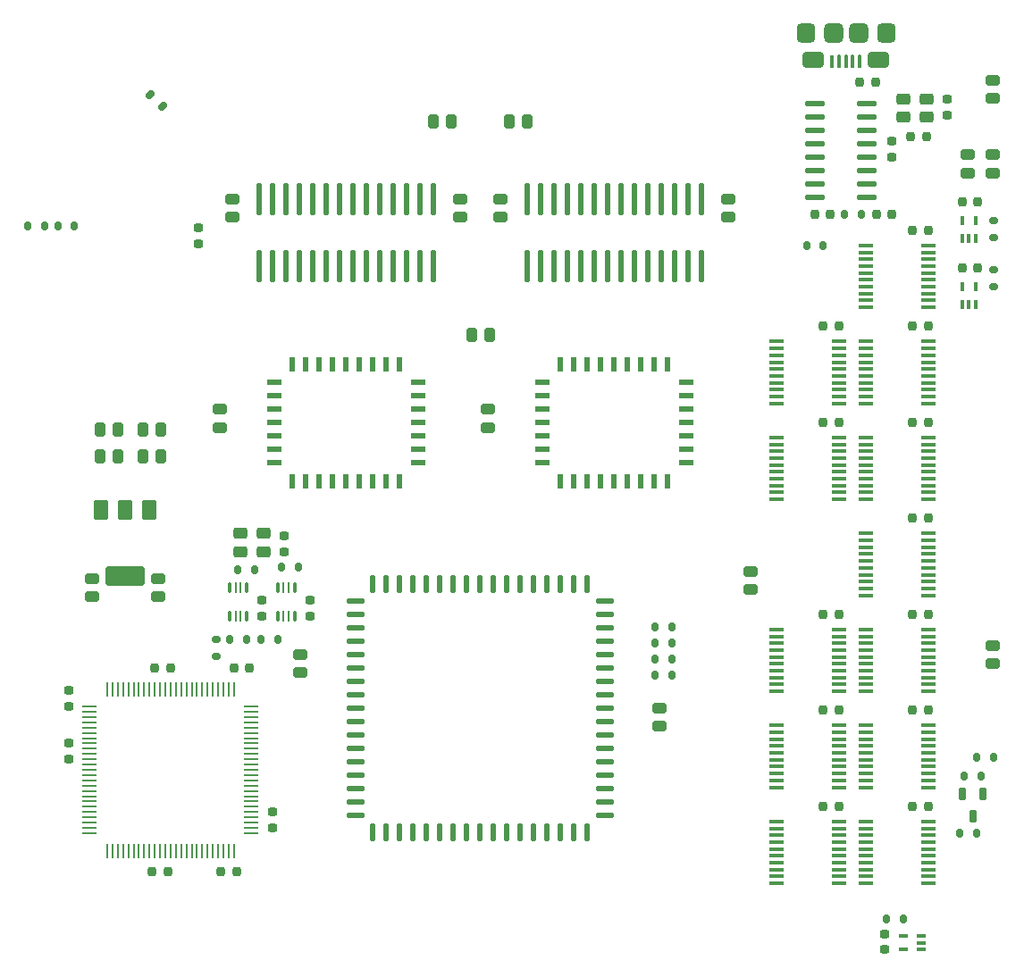
<source format=gtp>
G04 #@! TF.GenerationSoftware,KiCad,Pcbnew,7.0.10*
G04 #@! TF.CreationDate,2024-03-29T04:01:23-04:00*
G04 #@! TF.ProjectId,WarpSE,57617270-5345-42e6-9b69-6361645f7063,1.0*
G04 #@! TF.SameCoordinates,Original*
G04 #@! TF.FileFunction,Paste,Top*
G04 #@! TF.FilePolarity,Positive*
%FSLAX46Y46*%
G04 Gerber Fmt 4.6, Leading zero omitted, Abs format (unit mm)*
G04 Created by KiCad (PCBNEW 7.0.10) date 2024-03-29 04:01:23*
%MOMM*%
%LPD*%
G01*
G04 APERTURE LIST*
G04 Aperture macros list*
%AMRoundRect*
0 Rectangle with rounded corners*
0 $1 Rounding radius*
0 $2 $3 $4 $5 $6 $7 $8 $9 X,Y pos of 4 corners*
0 Add a 4 corners polygon primitive as box body*
4,1,4,$2,$3,$4,$5,$6,$7,$8,$9,$2,$3,0*
0 Add four circle primitives for the rounded corners*
1,1,$1+$1,$2,$3*
1,1,$1+$1,$4,$5*
1,1,$1+$1,$6,$7*
1,1,$1+$1,$8,$9*
0 Add four rect primitives between the rounded corners*
20,1,$1+$1,$2,$3,$4,$5,0*
20,1,$1+$1,$4,$5,$6,$7,0*
20,1,$1+$1,$6,$7,$8,$9,0*
20,1,$1+$1,$8,$9,$2,$3,0*%
G04 Aperture macros list end*
%ADD10RoundRect,0.250000X-0.250000X-0.425000X0.250000X-0.425000X0.250000X0.425000X-0.250000X0.425000X0*%
%ADD11RoundRect,0.057500X0.645000X0.057500X-0.645000X0.057500X-0.645000X-0.057500X0.645000X-0.057500X0*%
%ADD12RoundRect,0.057500X0.057500X0.645000X-0.057500X0.645000X-0.057500X-0.645000X0.057500X-0.645000X0*%
%ADD13RoundRect,0.250000X0.425000X-0.250000X0.425000X0.250000X-0.425000X0.250000X-0.425000X-0.250000X0*%
%ADD14RoundRect,0.250000X-0.425000X0.250000X-0.425000X-0.250000X0.425000X-0.250000X0.425000X0.250000X0*%
%ADD15RoundRect,0.137500X-0.137500X1.361500X-0.137500X-1.361500X0.137500X-1.361500X0.137500X1.361500X0*%
%ADD16RoundRect,0.192500X-0.192500X-0.242500X0.192500X-0.242500X0.192500X0.242500X-0.192500X0.242500X0*%
%ADD17RoundRect,0.092500X-0.592500X-0.092500X0.592500X-0.092500X0.592500X0.092500X-0.592500X0.092500X0*%
%ADD18RoundRect,0.192500X0.192500X0.242500X-0.192500X0.242500X-0.192500X-0.242500X0.192500X-0.242500X0*%
%ADD19RoundRect,0.192500X-0.242500X0.192500X-0.242500X-0.192500X0.242500X-0.192500X0.242500X0.192500X0*%
%ADD20RoundRect,0.192500X0.242500X-0.192500X0.242500X0.192500X-0.242500X0.192500X-0.242500X-0.192500X0*%
%ADD21RoundRect,0.137500X0.575000X-0.137500X0.575000X0.137500X-0.575000X0.137500X-0.575000X-0.137500X0*%
%ADD22RoundRect,0.137500X0.137500X-0.575000X0.137500X0.575000X-0.137500X0.575000X-0.137500X-0.575000X0*%
%ADD23RoundRect,0.137500X-0.137500X-0.687500X0.137500X-0.687500X0.137500X0.687500X-0.137500X0.687500X0*%
%ADD24RoundRect,0.137500X-0.687500X-0.137500X0.687500X-0.137500X0.687500X0.137500X-0.687500X0.137500X0*%
%ADD25RoundRect,0.280000X-0.420000X0.670000X-0.420000X-0.670000X0.420000X-0.670000X0.420000X0.670000X0*%
%ADD26RoundRect,0.285000X-1.565000X0.665000X-1.565000X-0.665000X1.565000X-0.665000X1.565000X0.665000X0*%
%ADD27RoundRect,0.150000X0.150000X0.275000X-0.150000X0.275000X-0.150000X-0.275000X0.150000X-0.275000X0*%
%ADD28RoundRect,0.150000X0.300520X0.088388X0.088388X0.300520X-0.300520X-0.088388X-0.088388X-0.300520X0*%
%ADD29RoundRect,0.175000X-0.175000X0.450000X-0.175000X-0.450000X0.175000X-0.450000X0.175000X0.450000X0*%
%ADD30RoundRect,0.137500X0.812500X0.137500X-0.812500X0.137500X-0.812500X-0.137500X0.812500X-0.137500X0*%
%ADD31RoundRect,0.150000X-0.150000X-0.275000X0.150000X-0.275000X0.150000X0.275000X-0.150000X0.275000X0*%
%ADD32RoundRect,0.080000X0.080000X-0.380000X0.080000X0.380000X-0.080000X0.380000X-0.080000X-0.380000X0*%
%ADD33RoundRect,0.080000X0.080000X0.555000X-0.080000X0.555000X-0.080000X-0.555000X0.080000X-0.555000X0*%
%ADD34RoundRect,0.075000X0.075000X0.550000X-0.075000X0.550000X-0.075000X-0.550000X0.075000X-0.550000X0*%
%ADD35RoundRect,0.437500X0.437500X0.487500X-0.437500X0.487500X-0.437500X-0.487500X0.437500X-0.487500X0*%
%ADD36RoundRect,0.387500X0.637500X0.387500X-0.637500X0.387500X-0.637500X-0.387500X0.637500X-0.387500X0*%
%ADD37RoundRect,0.462500X0.462500X0.462500X-0.462500X0.462500X-0.462500X-0.462500X0.462500X-0.462500X0*%
%ADD38RoundRect,0.150000X0.275000X-0.150000X0.275000X0.150000X-0.275000X0.150000X-0.275000X-0.150000X0*%
%ADD39RoundRect,0.150000X-0.275000X0.150000X-0.275000X-0.150000X0.275000X-0.150000X0.275000X0.150000X0*%
%ADD40RoundRect,0.250000X0.250000X0.425000X-0.250000X0.425000X-0.250000X-0.425000X0.250000X-0.425000X0*%
%ADD41RoundRect,0.275000X0.375000X0.275000X-0.375000X0.275000X-0.375000X-0.275000X0.375000X-0.275000X0*%
%ADD42RoundRect,0.087500X-0.087500X0.387500X-0.087500X-0.387500X0.087500X-0.387500X0.087500X0.387500X0*%
%ADD43RoundRect,0.062500X-0.062500X0.412500X-0.062500X-0.412500X0.062500X-0.412500X0.062500X0.412500X0*%
%ADD44RoundRect,0.087500X0.087500X0.387500X-0.087500X0.387500X-0.087500X-0.387500X0.087500X-0.387500X0*%
%ADD45RoundRect,0.080000X0.380000X0.080000X-0.380000X0.080000X-0.380000X-0.080000X0.380000X-0.080000X0*%
G04 APERTURE END LIST*
D10*
X112550000Y-76800000D03*
X114250000Y-76800000D03*
X116600000Y-76800000D03*
X118300000Y-76800000D03*
X116600000Y-79400000D03*
X118300000Y-79400000D03*
X112550000Y-79400000D03*
X114250000Y-79400000D03*
D11*
X126912500Y-115100000D03*
X126912500Y-114600000D03*
X126912500Y-114100000D03*
X126912500Y-113600000D03*
X126912500Y-113100000D03*
X126912500Y-112600000D03*
X126912500Y-112100000D03*
X126912500Y-111600000D03*
X126912500Y-111100000D03*
X126912500Y-110600000D03*
X126912500Y-110100000D03*
X126912500Y-109600000D03*
X126912500Y-109100000D03*
X126912500Y-108600000D03*
X126912500Y-108100000D03*
X126912500Y-107600000D03*
X126912500Y-107100000D03*
X126912500Y-106600000D03*
X126912500Y-106100000D03*
X126912500Y-105600000D03*
X126912500Y-105100000D03*
X126912500Y-104600000D03*
X126912500Y-104100000D03*
X126912500Y-103600000D03*
X126912500Y-103100000D03*
D12*
X125250000Y-101437500D03*
X124750000Y-101437500D03*
X124250000Y-101437500D03*
X123750000Y-101437500D03*
X123250000Y-101437500D03*
X122750000Y-101437500D03*
X122250000Y-101437500D03*
X121750000Y-101437500D03*
X121250000Y-101437500D03*
X120750000Y-101437500D03*
X120250000Y-101437500D03*
X119750000Y-101437500D03*
X119250000Y-101437500D03*
X118750000Y-101437500D03*
X118250000Y-101437500D03*
X117750000Y-101437500D03*
X117250000Y-101437500D03*
X116750000Y-101437500D03*
X116250000Y-101437500D03*
X115750000Y-101437500D03*
X115250000Y-101437500D03*
X114750000Y-101437500D03*
X114250000Y-101437500D03*
X113750000Y-101437500D03*
X113250000Y-101437500D03*
D11*
X111587500Y-103100000D03*
X111587500Y-103600000D03*
X111587500Y-104100000D03*
X111587500Y-104600000D03*
X111587500Y-105100000D03*
X111587500Y-105600000D03*
X111587500Y-106100000D03*
X111587500Y-106600000D03*
X111587500Y-107100000D03*
X111587500Y-107600000D03*
X111587500Y-108100000D03*
X111587500Y-108600000D03*
X111587500Y-109100000D03*
X111587500Y-109600000D03*
X111587500Y-110100000D03*
X111587500Y-110600000D03*
X111587500Y-111100000D03*
X111587500Y-111600000D03*
X111587500Y-112100000D03*
X111587500Y-112600000D03*
X111587500Y-113100000D03*
X111587500Y-113600000D03*
X111587500Y-114100000D03*
X111587500Y-114600000D03*
X111587500Y-115100000D03*
D12*
X113250000Y-116762500D03*
X113750000Y-116762500D03*
X114250000Y-116762500D03*
X114750000Y-116762500D03*
X115250000Y-116762500D03*
X115750000Y-116762500D03*
X116250000Y-116762500D03*
X116750000Y-116762500D03*
X117250000Y-116762500D03*
X117750000Y-116762500D03*
X118250000Y-116762500D03*
X118750000Y-116762500D03*
X119250000Y-116762500D03*
X119750000Y-116762500D03*
X120250000Y-116762500D03*
X120750000Y-116762500D03*
X121250000Y-116762500D03*
X121750000Y-116762500D03*
X122250000Y-116762500D03*
X122750000Y-116762500D03*
X123250000Y-116762500D03*
X123750000Y-116762500D03*
X124250000Y-116762500D03*
X124750000Y-116762500D03*
X125250000Y-116762500D03*
D13*
X197167500Y-45466000D03*
X197167500Y-43766000D03*
D14*
X194754500Y-50800000D03*
X194754500Y-52500000D03*
X197167500Y-50800000D03*
X197167500Y-52500000D03*
D15*
X169545000Y-54991000D03*
X168275000Y-54991000D03*
X167005000Y-54991000D03*
X165735000Y-54991000D03*
X164465000Y-54991000D03*
X163195000Y-54991000D03*
X161925000Y-54991000D03*
X160655000Y-54991000D03*
X159385000Y-54991000D03*
X158115000Y-54991000D03*
X156845000Y-54991000D03*
X155575000Y-54991000D03*
X154305000Y-54991000D03*
X153035000Y-54991000D03*
X153035000Y-61341000D03*
X154305000Y-61341000D03*
X155575000Y-61341000D03*
X156845000Y-61341000D03*
X158115000Y-61341000D03*
X159385000Y-61341000D03*
X160655000Y-61341000D03*
X161925000Y-61341000D03*
X163195000Y-61341000D03*
X164465000Y-61341000D03*
X165735000Y-61341000D03*
X167005000Y-61341000D03*
X168275000Y-61341000D03*
X169545000Y-61341000D03*
D16*
X125250000Y-99450000D03*
X126750000Y-99450000D03*
D17*
X176650000Y-95800000D03*
X176650000Y-96450000D03*
X176650000Y-97100000D03*
X176650000Y-97750000D03*
X176650000Y-98400000D03*
X176650000Y-99050000D03*
X176650000Y-99700000D03*
X176650000Y-100350000D03*
X176650000Y-101000000D03*
X176650000Y-101650000D03*
X182550000Y-101650000D03*
X182550000Y-101000000D03*
X182550000Y-100350000D03*
X182550000Y-99700000D03*
X182550000Y-99050000D03*
X182550000Y-98400000D03*
X182550000Y-97750000D03*
X182550000Y-97100000D03*
X182550000Y-96450000D03*
X182550000Y-95800000D03*
D18*
X182550000Y-94350000D03*
X181050000Y-94350000D03*
X191050000Y-57950000D03*
X189550000Y-57950000D03*
X191050000Y-94350000D03*
X189550000Y-94350000D03*
X191050000Y-85250000D03*
X189550000Y-85250000D03*
X182550000Y-112550000D03*
X181050000Y-112550000D03*
X191050000Y-112550000D03*
X189550000Y-112550000D03*
X191050000Y-67050000D03*
X189550000Y-67050000D03*
X182550000Y-67050000D03*
X181050000Y-67050000D03*
X182550000Y-76150000D03*
X181050000Y-76150000D03*
X182550000Y-103450000D03*
X181050000Y-103450000D03*
X191050000Y-103450000D03*
X189550000Y-103450000D03*
D13*
X197167500Y-99060000D03*
X197167500Y-97360000D03*
D14*
X131572000Y-98171000D03*
X131572000Y-99871000D03*
X165608000Y-103251000D03*
X165608000Y-104951000D03*
D17*
X176650000Y-68500000D03*
X176650000Y-69150000D03*
X176650000Y-69800000D03*
X176650000Y-70450000D03*
X176650000Y-71100000D03*
X176650000Y-71750000D03*
X176650000Y-72400000D03*
X176650000Y-73050000D03*
X176650000Y-73700000D03*
X176650000Y-74350000D03*
X182550000Y-74350000D03*
X182550000Y-73700000D03*
X182550000Y-73050000D03*
X182550000Y-72400000D03*
X182550000Y-71750000D03*
X182550000Y-71100000D03*
X182550000Y-70450000D03*
X182550000Y-69800000D03*
X182550000Y-69150000D03*
X182550000Y-68500000D03*
X176650000Y-77600000D03*
X176650000Y-78250000D03*
X176650000Y-78900000D03*
X176650000Y-79550000D03*
X176650000Y-80200000D03*
X176650000Y-80850000D03*
X176650000Y-81500000D03*
X176650000Y-82150000D03*
X176650000Y-82800000D03*
X176650000Y-83450000D03*
X182550000Y-83450000D03*
X182550000Y-82800000D03*
X182550000Y-82150000D03*
X182550000Y-81500000D03*
X182550000Y-80850000D03*
X182550000Y-80200000D03*
X182550000Y-79550000D03*
X182550000Y-78900000D03*
X182550000Y-78250000D03*
X182550000Y-77600000D03*
X185150000Y-59400000D03*
X185150000Y-60050000D03*
X185150000Y-60700000D03*
X185150000Y-61350000D03*
X185150000Y-62000000D03*
X185150000Y-62650000D03*
X185150000Y-63300000D03*
X185150000Y-63950000D03*
X185150000Y-64600000D03*
X185150000Y-65250000D03*
X191050000Y-65250000D03*
X191050000Y-64600000D03*
X191050000Y-63950000D03*
X191050000Y-63300000D03*
X191050000Y-62650000D03*
X191050000Y-62000000D03*
X191050000Y-61350000D03*
X191050000Y-60700000D03*
X191050000Y-60050000D03*
X191050000Y-59400000D03*
X185150000Y-68500000D03*
X185150000Y-69150000D03*
X185150000Y-69800000D03*
X185150000Y-70450000D03*
X185150000Y-71100000D03*
X185150000Y-71750000D03*
X185150000Y-72400000D03*
X185150000Y-73050000D03*
X185150000Y-73700000D03*
X185150000Y-74350000D03*
X191050000Y-74350000D03*
X191050000Y-73700000D03*
X191050000Y-73050000D03*
X191050000Y-72400000D03*
X191050000Y-71750000D03*
X191050000Y-71100000D03*
X191050000Y-70450000D03*
X191050000Y-69800000D03*
X191050000Y-69150000D03*
X191050000Y-68500000D03*
X185150000Y-86700000D03*
X185150000Y-87350000D03*
X185150000Y-88000000D03*
X185150000Y-88650000D03*
X185150000Y-89300000D03*
X185150000Y-89950000D03*
X185150000Y-90600000D03*
X185150000Y-91250000D03*
X185150000Y-91900000D03*
X185150000Y-92550000D03*
X191050000Y-92550000D03*
X191050000Y-91900000D03*
X191050000Y-91250000D03*
X191050000Y-90600000D03*
X191050000Y-89950000D03*
X191050000Y-89300000D03*
X191050000Y-88650000D03*
X191050000Y-88000000D03*
X191050000Y-87350000D03*
X191050000Y-86700000D03*
X185150000Y-77600000D03*
X185150000Y-78250000D03*
X185150000Y-78900000D03*
X185150000Y-79550000D03*
X185150000Y-80200000D03*
X185150000Y-80850000D03*
X185150000Y-81500000D03*
X185150000Y-82150000D03*
X185150000Y-82800000D03*
X185150000Y-83450000D03*
X191050000Y-83450000D03*
X191050000Y-82800000D03*
X191050000Y-82150000D03*
X191050000Y-81500000D03*
X191050000Y-80850000D03*
X191050000Y-80200000D03*
X191050000Y-79550000D03*
X191050000Y-78900000D03*
X191050000Y-78250000D03*
X191050000Y-77600000D03*
X176650000Y-104900000D03*
X176650000Y-105550000D03*
X176650000Y-106200000D03*
X176650000Y-106850000D03*
X176650000Y-107500000D03*
X176650000Y-108150000D03*
X176650000Y-108800000D03*
X176650000Y-109450000D03*
X176650000Y-110100000D03*
X176650000Y-110750000D03*
X182550000Y-110750000D03*
X182550000Y-110100000D03*
X182550000Y-109450000D03*
X182550000Y-108800000D03*
X182550000Y-108150000D03*
X182550000Y-107500000D03*
X182550000Y-106850000D03*
X182550000Y-106200000D03*
X182550000Y-105550000D03*
X182550000Y-104900000D03*
X176650000Y-114000000D03*
X176650000Y-114650000D03*
X176650000Y-115300000D03*
X176650000Y-115950000D03*
X176650000Y-116600000D03*
X176650000Y-117250000D03*
X176650000Y-117900000D03*
X176650000Y-118550000D03*
X176650000Y-119200000D03*
X176650000Y-119850000D03*
X182550000Y-119850000D03*
X182550000Y-119200000D03*
X182550000Y-118550000D03*
X182550000Y-117900000D03*
X182550000Y-117250000D03*
X182550000Y-116600000D03*
X182550000Y-115950000D03*
X182550000Y-115300000D03*
X182550000Y-114650000D03*
X182550000Y-114000000D03*
X185150000Y-95800000D03*
X185150000Y-96450000D03*
X185150000Y-97100000D03*
X185150000Y-97750000D03*
X185150000Y-98400000D03*
X185150000Y-99050000D03*
X185150000Y-99700000D03*
X185150000Y-100350000D03*
X185150000Y-101000000D03*
X185150000Y-101650000D03*
X191050000Y-101650000D03*
X191050000Y-101000000D03*
X191050000Y-100350000D03*
X191050000Y-99700000D03*
X191050000Y-99050000D03*
X191050000Y-98400000D03*
X191050000Y-97750000D03*
X191050000Y-97100000D03*
X191050000Y-96450000D03*
X191050000Y-95800000D03*
X185150000Y-104900000D03*
X185150000Y-105550000D03*
X185150000Y-106200000D03*
X185150000Y-106850000D03*
X185150000Y-107500000D03*
X185150000Y-108150000D03*
X185150000Y-108800000D03*
X185150000Y-109450000D03*
X185150000Y-110100000D03*
X185150000Y-110750000D03*
X191050000Y-110750000D03*
X191050000Y-110100000D03*
X191050000Y-109450000D03*
X191050000Y-108800000D03*
X191050000Y-108150000D03*
X191050000Y-107500000D03*
X191050000Y-106850000D03*
X191050000Y-106200000D03*
X191050000Y-105550000D03*
X191050000Y-104900000D03*
X185150000Y-114000000D03*
X185150000Y-114650000D03*
X185150000Y-115300000D03*
X185150000Y-115950000D03*
X185150000Y-116600000D03*
X185150000Y-117250000D03*
X185150000Y-117900000D03*
X185150000Y-118550000D03*
X185150000Y-119200000D03*
X185150000Y-119850000D03*
X191050000Y-119850000D03*
X191050000Y-119200000D03*
X191050000Y-118550000D03*
X191050000Y-117900000D03*
X191050000Y-117250000D03*
X191050000Y-116600000D03*
X191050000Y-115950000D03*
X191050000Y-115300000D03*
X191050000Y-114650000D03*
X191050000Y-114000000D03*
D15*
X144145000Y-54991000D03*
X142875000Y-54991000D03*
X141605000Y-54991000D03*
X140335000Y-54991000D03*
X139065000Y-54991000D03*
X137795000Y-54991000D03*
X136525000Y-54991000D03*
X135255000Y-54991000D03*
X133985000Y-54991000D03*
X132715000Y-54991000D03*
X131445000Y-54991000D03*
X130175000Y-54991000D03*
X128905000Y-54991000D03*
X127635000Y-54991000D03*
X127635000Y-61341000D03*
X128905000Y-61341000D03*
X130175000Y-61341000D03*
X131445000Y-61341000D03*
X132715000Y-61341000D03*
X133985000Y-61341000D03*
X135255000Y-61341000D03*
X136525000Y-61341000D03*
X137795000Y-61341000D03*
X139065000Y-61341000D03*
X140335000Y-61341000D03*
X141605000Y-61341000D03*
X142875000Y-61341000D03*
X144145000Y-61341000D03*
D16*
X124000000Y-118750000D03*
X125500000Y-118750000D03*
D19*
X109600000Y-106600000D03*
X109600000Y-108100000D03*
D18*
X119000000Y-118750000D03*
X117500000Y-118750000D03*
X119250000Y-99450000D03*
X117750000Y-99450000D03*
D19*
X128900000Y-113100000D03*
X128900000Y-114600000D03*
D20*
X109600000Y-103100000D03*
X109600000Y-101600000D03*
D21*
X129052500Y-76200000D03*
X129052500Y-77470000D03*
X129052500Y-78740000D03*
X129052500Y-80010000D03*
D22*
X130810000Y-81762500D03*
X132080000Y-81762500D03*
X133350000Y-81762500D03*
X134620000Y-81762500D03*
X135890000Y-81762500D03*
X137160000Y-81762500D03*
X138430000Y-81762500D03*
X139700000Y-81762500D03*
X140970000Y-81762500D03*
D21*
X142727500Y-80010000D03*
X142727500Y-78740000D03*
X142727500Y-77470000D03*
X142727500Y-76200000D03*
X142727500Y-74930000D03*
X142727500Y-73660000D03*
X142727500Y-72390000D03*
D22*
X140970000Y-70637500D03*
X139700000Y-70637500D03*
X138430000Y-70637500D03*
X137160000Y-70637500D03*
X135890000Y-70637500D03*
X134620000Y-70637500D03*
X133350000Y-70637500D03*
X132080000Y-70637500D03*
X130810000Y-70637500D03*
D21*
X129052500Y-72390000D03*
X129052500Y-73660000D03*
X129052500Y-74930000D03*
X154452500Y-76200000D03*
X154452500Y-77470000D03*
X154452500Y-78740000D03*
X154452500Y-80010000D03*
D22*
X156210000Y-81762500D03*
X157480000Y-81762500D03*
X158750000Y-81762500D03*
X160020000Y-81762500D03*
X161290000Y-81762500D03*
X162560000Y-81762500D03*
X163830000Y-81762500D03*
X165100000Y-81762500D03*
X166370000Y-81762500D03*
D21*
X168127500Y-80010000D03*
X168127500Y-78740000D03*
X168127500Y-77470000D03*
X168127500Y-76200000D03*
X168127500Y-74930000D03*
X168127500Y-73660000D03*
X168127500Y-72390000D03*
D22*
X166370000Y-70637500D03*
X165100000Y-70637500D03*
X163830000Y-70637500D03*
X162560000Y-70637500D03*
X161290000Y-70637500D03*
X160020000Y-70637500D03*
X158750000Y-70637500D03*
X157480000Y-70637500D03*
X156210000Y-70637500D03*
D21*
X154452500Y-72390000D03*
X154452500Y-73660000D03*
X154452500Y-74930000D03*
D23*
X148590000Y-91451000D03*
X147320000Y-91451000D03*
X146050000Y-91451000D03*
X144780000Y-91451000D03*
X143510000Y-91451000D03*
X142240000Y-91451000D03*
X140970000Y-91451000D03*
X139700000Y-91451000D03*
X138430000Y-91451000D03*
D24*
X136790000Y-93091000D03*
X136790000Y-94361000D03*
X136790000Y-95631000D03*
X136790000Y-96901000D03*
X136790000Y-98171000D03*
X136790000Y-99441000D03*
X136790000Y-100711000D03*
X136790000Y-101981000D03*
X136790000Y-103251000D03*
X136790000Y-104521000D03*
X136790000Y-105791000D03*
X136790000Y-107061000D03*
X136790000Y-108331000D03*
X136790000Y-109601000D03*
X136790000Y-110871000D03*
X136790000Y-112141000D03*
X136790000Y-113411000D03*
D23*
X138430000Y-115051000D03*
X139700000Y-115051000D03*
X140970000Y-115051000D03*
X142240000Y-115051000D03*
X143510000Y-115051000D03*
X144780000Y-115051000D03*
X146050000Y-115051000D03*
X147320000Y-115051000D03*
X148590000Y-115051000D03*
X149860000Y-115051000D03*
X151130000Y-115051000D03*
X152400000Y-115051000D03*
X153670000Y-115051000D03*
X154940000Y-115051000D03*
X156210000Y-115051000D03*
X157480000Y-115051000D03*
X158750000Y-115051000D03*
D24*
X160390000Y-113411000D03*
X160390000Y-112141000D03*
X160390000Y-110871000D03*
X160390000Y-109601000D03*
X160390000Y-108331000D03*
X160390000Y-107061000D03*
X160390000Y-105791000D03*
X160390000Y-104521000D03*
X160390000Y-103251000D03*
X160390000Y-101981000D03*
X160390000Y-100711000D03*
X160390000Y-99441000D03*
X160390000Y-98171000D03*
X160390000Y-96901000D03*
X160390000Y-95631000D03*
X160390000Y-94361000D03*
X160390000Y-93091000D03*
D23*
X158750000Y-91451000D03*
X157480000Y-91451000D03*
X156210000Y-91451000D03*
X154940000Y-91451000D03*
X153670000Y-91451000D03*
X152400000Y-91451000D03*
X151130000Y-91451000D03*
X149860000Y-91451000D03*
D25*
X117250000Y-84450000D03*
D26*
X114950000Y-90750000D03*
D25*
X114950000Y-84450000D03*
X112650000Y-84450000D03*
D14*
X111800000Y-90950000D03*
X111800000Y-92650000D03*
X118100000Y-90950000D03*
X118100000Y-92650000D03*
X123952000Y-74930000D03*
X123952000Y-76630000D03*
X149352000Y-74930000D03*
X149352000Y-76630000D03*
X172085000Y-54991000D03*
X172085000Y-56691000D03*
X125095000Y-54991000D03*
X125095000Y-56691000D03*
X146685000Y-54991000D03*
X146685000Y-56691000D03*
X150495000Y-54991000D03*
X150495000Y-56691000D03*
D18*
X191050000Y-76150000D03*
X189550000Y-76150000D03*
D27*
X107300000Y-57550000D03*
X105700000Y-57550000D03*
D28*
X118479370Y-46216370D03*
X117348000Y-45085000D03*
D29*
X196200000Y-111400000D03*
X194300000Y-111400000D03*
X195250000Y-113500000D03*
D14*
X174250000Y-90300000D03*
X174250000Y-92000000D03*
D30*
X185228000Y-54800500D03*
X185228000Y-53530500D03*
X185228000Y-52260500D03*
X185228000Y-50990500D03*
X185228000Y-49720500D03*
X185228000Y-48450500D03*
X185228000Y-47180500D03*
X185228000Y-45910500D03*
X180278000Y-45910500D03*
X180278000Y-47180500D03*
X180278000Y-48450500D03*
X180278000Y-49720500D03*
X180278000Y-50990500D03*
X180278000Y-52260500D03*
X180278000Y-53530500D03*
X180278000Y-54800500D03*
D16*
X180276500Y-56451500D03*
X181776500Y-56451500D03*
D27*
X196050000Y-109650000D03*
X194450000Y-109650000D03*
D19*
X121850000Y-57700000D03*
X121850000Y-59200000D03*
D31*
X165189000Y-98615500D03*
X166789000Y-98615500D03*
D32*
X194250000Y-65000000D03*
X194900000Y-65000000D03*
X195550000Y-65000000D03*
X195550000Y-63300000D03*
X194250000Y-63300000D03*
D20*
X186900000Y-126150000D03*
X186900000Y-124650000D03*
D27*
X110150000Y-57550000D03*
X108550000Y-57550000D03*
D33*
X184550000Y-41925000D03*
X183900000Y-41925000D03*
X183250000Y-41925000D03*
X182600000Y-41925000D03*
D34*
X181950000Y-41925000D03*
D35*
X187050000Y-39250000D03*
D36*
X186350000Y-41800000D03*
D37*
X184450000Y-39250000D03*
X182050000Y-39250000D03*
D36*
X180150000Y-41800000D03*
D35*
X179450000Y-39250000D03*
D31*
X187100000Y-123200000D03*
X188700000Y-123200000D03*
X183134000Y-56451500D03*
X184734000Y-56451500D03*
X129750000Y-89850000D03*
X131350000Y-89850000D03*
D16*
X194250000Y-61500000D03*
X195750000Y-61500000D03*
D31*
X165189000Y-97091500D03*
X166789000Y-97091500D03*
D10*
X144145000Y-47625000D03*
X145845000Y-47625000D03*
D38*
X123550000Y-98350000D03*
X123550000Y-96750000D03*
D31*
X124850000Y-96750000D03*
X126450000Y-96750000D03*
D32*
X194250000Y-58750000D03*
X194900000Y-58750000D03*
X195550000Y-58750000D03*
X195550000Y-57050000D03*
X194250000Y-57050000D03*
D27*
X195650000Y-115150000D03*
X194050000Y-115150000D03*
D31*
X165189000Y-100139500D03*
X166789000Y-100139500D03*
D16*
X189350000Y-49099400D03*
X190850000Y-49099400D03*
X184550000Y-43900000D03*
X186050000Y-43900000D03*
D39*
X197200000Y-61700000D03*
X197200000Y-63300000D03*
D31*
X127800000Y-96750000D03*
X129400000Y-96750000D03*
D19*
X192850000Y-45499400D03*
X192850000Y-46999400D03*
D27*
X127250000Y-90100000D03*
X125650000Y-90100000D03*
D20*
X127900000Y-94550000D03*
X127900000Y-93050000D03*
D16*
X194250000Y-55250000D03*
X195750000Y-55250000D03*
D20*
X130000000Y-88400000D03*
X130000000Y-86900000D03*
D40*
X153035000Y-47625000D03*
X151335000Y-47625000D03*
D41*
X190849400Y-45500000D03*
X188649400Y-45500000D03*
X188649400Y-47200000D03*
X190849400Y-47200000D03*
D16*
X186118500Y-56451500D03*
X187618500Y-56451500D03*
D38*
X197200000Y-58650000D03*
X197200000Y-57050000D03*
D42*
X126450000Y-91850000D03*
D43*
X125900000Y-91850000D03*
X125400000Y-91850000D03*
D42*
X124850000Y-91850000D03*
D44*
X124850000Y-94550000D03*
D43*
X125400000Y-94550000D03*
X125900000Y-94550000D03*
D42*
X126450000Y-94550000D03*
D27*
X197250000Y-107950000D03*
X195650000Y-107950000D03*
D20*
X132450000Y-94550000D03*
X132450000Y-93050000D03*
D41*
X128050000Y-86700000D03*
X125850000Y-86700000D03*
X125850000Y-88400000D03*
X128050000Y-88400000D03*
D10*
X147750000Y-67850000D03*
X149450000Y-67850000D03*
D31*
X165189000Y-95567500D03*
X166789000Y-95567500D03*
X179500000Y-59400000D03*
X181100000Y-59400000D03*
D42*
X131000000Y-91850000D03*
D43*
X130450000Y-91850000D03*
X129950000Y-91850000D03*
D42*
X129400000Y-91850000D03*
D44*
X129400000Y-94550000D03*
D43*
X129950000Y-94550000D03*
X130450000Y-94550000D03*
D42*
X131000000Y-94550000D03*
D20*
X187579000Y-50990500D03*
X187579000Y-49490500D03*
D45*
X190400000Y-126150000D03*
X190400000Y-125500000D03*
X190400000Y-124850000D03*
X188700000Y-124850000D03*
X188700000Y-126150000D03*
M02*

</source>
